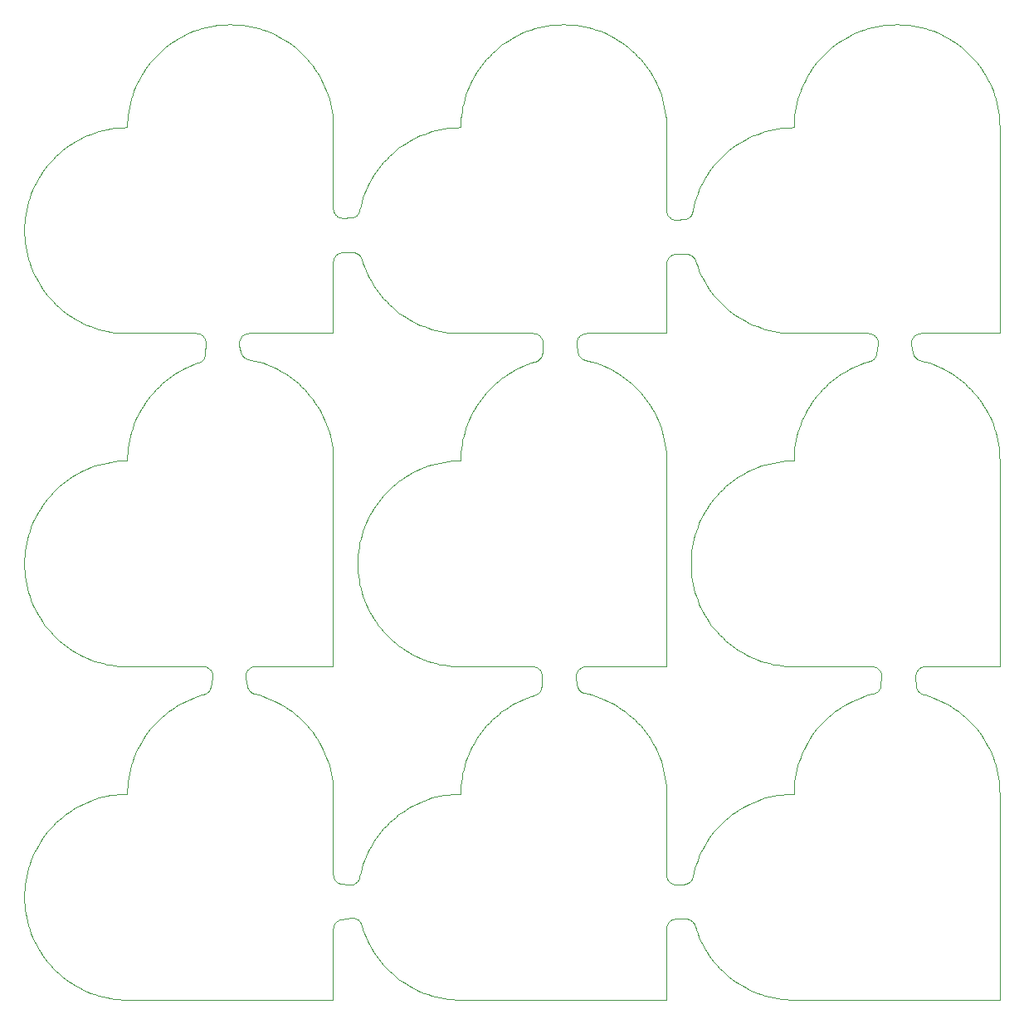
<source format=gko>
%MOIN*%
%OFA0B0*%
%FSLAX44Y44*%
%IPPOS*%
%LPD*%
%ADD10C,0*%
D10*
X00035987Y00025676D02*
X00035987Y00025676D01*
X00035965Y00025682D01*
X00035943Y00025689D01*
X00035921Y00025697D01*
X00035900Y00025707D01*
X00035880Y00025717D01*
X00035860Y00025729D01*
X00035841Y00025742D01*
X00035823Y00025756D01*
X00035806Y00025771D01*
X00035790Y00025787D01*
X00035774Y00025804D01*
X00035760Y00025822D01*
X00035746Y00025841D01*
X00035734Y00025860D01*
X00035723Y00025880D01*
X00035713Y00025901D01*
X00035704Y00025922D01*
X00035697Y00025944D01*
X00035691Y00025966D01*
X00035686Y00025989D01*
X00035628Y00026306D01*
X00035623Y00026340D01*
X00035621Y00026375D01*
X00035622Y00026409D01*
X00035627Y00026443D01*
X00035634Y00026477D01*
X00035644Y00026510D01*
X00035657Y00026542D01*
X00035673Y00026573D01*
X00035691Y00026602D01*
X00035712Y00026629D01*
X00035735Y00026655D01*
X00035761Y00026678D01*
X00035788Y00026699D01*
X00035817Y00026718D01*
X00035848Y00026734D01*
X00035879Y00026747D01*
X00035912Y00026758D01*
X00035946Y00026765D01*
X00035980Y00026770D01*
X00036015Y00026771D01*
X00039173Y00026771D01*
X00039173Y00035039D01*
X00039169Y00035205D01*
X00039159Y00035372D01*
X00039143Y00035537D01*
X00039119Y00035702D01*
X00039089Y00035866D01*
X00039053Y00036028D01*
X00039010Y00036189D01*
X00038960Y00036348D01*
X00038904Y00036505D01*
X00038842Y00036659D01*
X00038774Y00036811D01*
X00038699Y00036960D01*
X00038619Y00037106D01*
X00038533Y00037248D01*
X00038441Y00037387D01*
X00038344Y00037522D01*
X00038241Y00037653D01*
X00038133Y00037780D01*
X00038020Y00037902D01*
X00037902Y00038020D01*
X00037780Y00038133D01*
X00037653Y00038241D01*
X00037522Y00038344D01*
X00037387Y00038441D01*
X00037248Y00038533D01*
X00037106Y00038619D01*
X00036960Y00038699D01*
X00036811Y00038774D01*
X00036659Y00038842D01*
X00036505Y00038904D01*
X00036348Y00038960D01*
X00036189Y00039010D01*
X00036028Y00039053D01*
X00035866Y00039089D01*
X00035702Y00039119D01*
X00035537Y00039143D01*
X00035372Y00039159D01*
X00035205Y00039169D01*
X00035039Y00039173D01*
X00034872Y00039169D01*
X00034706Y00039159D01*
X00034541Y00039143D01*
X00034376Y00039119D01*
X00034212Y00039089D01*
X00034050Y00039053D01*
X00033889Y00039010D01*
X00033730Y00038960D01*
X00033573Y00038904D01*
X00033419Y00038842D01*
X00033267Y00038774D01*
X00033118Y00038699D01*
X00032972Y00038619D01*
X00032829Y00038533D01*
X00032691Y00038441D01*
X00032555Y00038344D01*
X00032424Y00038241D01*
X00032298Y00038133D01*
X00032175Y00038020D01*
X00032058Y00037902D01*
X00031945Y00037780D01*
X00031837Y00037653D01*
X00031734Y00037522D01*
X00031637Y00037387D01*
X00031545Y00037248D01*
X00031459Y00037106D01*
X00031379Y00036960D01*
X00031304Y00036811D01*
X00031236Y00036659D01*
X00031174Y00036505D01*
X00031118Y00036348D01*
X00031068Y00036189D01*
X00031025Y00036028D01*
X00030989Y00035866D01*
X00030959Y00035702D01*
X00030935Y00035537D01*
X00030918Y00035372D01*
X00030908Y00035205D01*
X00030905Y00035039D01*
X00030739Y00035036D01*
X00030572Y00035025D01*
X00030407Y00035009D01*
X00030242Y00034985D01*
X00030078Y00034955D01*
X00029916Y00034919D01*
X00029755Y00034876D01*
X00029596Y00034826D01*
X00029439Y00034770D01*
X00029285Y00034708D01*
X00029133Y00034640D01*
X00028984Y00034565D01*
X00028838Y00034485D01*
X00028696Y00034399D01*
X00028557Y00034307D01*
X00028422Y00034210D01*
X00028291Y00034107D01*
X00028164Y00033999D01*
X00028041Y00033886D01*
X00027924Y00033769D01*
X00027811Y00033646D01*
X00027703Y00033519D01*
X00027600Y00033388D01*
X00027503Y00033253D01*
X00027411Y00033114D01*
X00027325Y00032972D01*
X00027245Y00032826D01*
X00027170Y00032677D01*
X00027102Y00032525D01*
X00027040Y00032371D01*
X00026984Y00032214D01*
X00026934Y00032055D01*
X00026891Y00031894D01*
X00026855Y00031732D01*
X00026843Y00031666D01*
X00026837Y00031641D01*
X00026830Y00031616D01*
X00026821Y00031592D01*
X00026811Y00031568D01*
X00026799Y00031545D01*
X00026786Y00031523D01*
X00026771Y00031502D01*
X00026755Y00031482D01*
X00026738Y00031463D01*
X00026719Y00031445D01*
X00026700Y00031428D01*
X00026679Y00031413D01*
X00026657Y00031399D01*
X00026634Y00031387D01*
X00026611Y00031376D01*
X00026587Y00031366D01*
X00026563Y00031358D01*
X00026537Y00031352D01*
X00026512Y00031348D01*
X00026486Y00031345D01*
X00026212Y00031323D01*
X00026179Y00031322D01*
X00026147Y00031323D01*
X00026115Y00031327D01*
X00026083Y00031334D01*
X00026052Y00031344D01*
X00026022Y00031355D01*
X00025992Y00031370D01*
X00025965Y00031386D01*
X00025938Y00031405D01*
X00025913Y00031426D01*
X00025890Y00031449D01*
X00025870Y00031474D01*
X00025851Y00031501D01*
X00025834Y00031529D01*
X00025820Y00031558D01*
X00025808Y00031588D01*
X00025799Y00031619D01*
X00025792Y00031651D01*
X00025788Y00031683D01*
X00025787Y00031716D01*
X00025787Y00035039D01*
X00025784Y00035205D01*
X00025773Y00035372D01*
X00025757Y00035537D01*
X00025733Y00035702D01*
X00025703Y00035866D01*
X00025667Y00036028D01*
X00025624Y00036189D01*
X00025574Y00036348D01*
X00025518Y00036505D01*
X00025456Y00036659D01*
X00025388Y00036811D01*
X00025313Y00036960D01*
X00025233Y00037106D01*
X00025147Y00037248D01*
X00025055Y00037387D01*
X00024958Y00037522D01*
X00024855Y00037653D01*
X00024747Y00037780D01*
X00024634Y00037902D01*
X00024517Y00038020D01*
X00024394Y00038133D01*
X00024267Y00038241D01*
X00024136Y00038344D01*
X00024001Y00038441D01*
X00023862Y00038533D01*
X00023720Y00038619D01*
X00023574Y00038699D01*
X00023425Y00038774D01*
X00023273Y00038842D01*
X00023119Y00038904D01*
X00022962Y00038960D01*
X00022803Y00039010D01*
X00022642Y00039053D01*
X00022480Y00039089D01*
X00022316Y00039119D01*
X00022151Y00039143D01*
X00021986Y00039159D01*
X00021819Y00039169D01*
X00021653Y00039173D01*
X00021487Y00039169D01*
X00021320Y00039159D01*
X00021155Y00039143D01*
X00020990Y00039119D01*
X00020826Y00039089D01*
X00020664Y00039053D01*
X00020503Y00039010D01*
X00020344Y00038960D01*
X00020187Y00038904D01*
X00020033Y00038842D01*
X00019881Y00038774D01*
X00019732Y00038699D01*
X00019586Y00038619D01*
X00019444Y00038533D01*
X00019305Y00038441D01*
X00019170Y00038344D01*
X00019039Y00038241D01*
X00018912Y00038133D01*
X00018789Y00038020D01*
X00018672Y00037902D01*
X00018559Y00037780D01*
X00018451Y00037653D01*
X00018348Y00037522D01*
X00018251Y00037387D01*
X00018159Y00037248D01*
X00018073Y00037106D01*
X00017993Y00036960D01*
X00017918Y00036811D01*
X00017850Y00036659D01*
X00017788Y00036505D01*
X00017732Y00036348D01*
X00017682Y00036189D01*
X00017639Y00036028D01*
X00017603Y00035866D01*
X00017573Y00035702D01*
X00017549Y00035537D01*
X00017533Y00035372D01*
X00017523Y00035205D01*
X00017519Y00035039D01*
X00017353Y00035036D01*
X00017187Y00035025D01*
X00017021Y00035009D01*
X00016856Y00034985D01*
X00016692Y00034955D01*
X00016530Y00034919D01*
X00016369Y00034876D01*
X00016210Y00034826D01*
X00016053Y00034770D01*
X00015899Y00034708D01*
X00015747Y00034640D01*
X00015598Y00034565D01*
X00015452Y00034485D01*
X00015310Y00034399D01*
X00015171Y00034307D01*
X00015036Y00034210D01*
X00014905Y00034107D01*
X00014778Y00033999D01*
X00014656Y00033886D01*
X00014538Y00033769D01*
X00014425Y00033646D01*
X00014317Y00033519D01*
X00014214Y00033388D01*
X00014117Y00033253D01*
X00014025Y00033114D01*
X00013939Y00032972D01*
X00013859Y00032826D01*
X00013784Y00032677D01*
X00013716Y00032525D01*
X00013654Y00032371D01*
X00013598Y00032214D01*
X00013549Y00032055D01*
X00013505Y00031894D01*
X00013469Y00031732D01*
X00013468Y00031729D01*
X00013463Y00031702D01*
X00013455Y00031677D01*
X00013446Y00031652D01*
X00013435Y00031627D01*
X00013423Y00031604D01*
X00013408Y00031581D01*
X00013393Y00031559D01*
X00013376Y00031539D01*
X00013357Y00031519D01*
X00013338Y00031501D01*
X00013317Y00031484D01*
X00013295Y00031469D01*
X00013272Y00031455D01*
X00013248Y00031443D01*
X00013224Y00031433D01*
X00013198Y00031424D01*
X00013173Y00031417D01*
X00013146Y00031411D01*
X00013120Y00031408D01*
X00013093Y00031406D01*
X00012807Y00031397D01*
X00012776Y00031397D01*
X00012744Y00031400D01*
X00012713Y00031406D01*
X00012682Y00031413D01*
X00012653Y00031424D01*
X00012624Y00031436D01*
X00012596Y00031451D01*
X00012569Y00031468D01*
X00012544Y00031487D01*
X00012521Y00031508D01*
X00012499Y00031531D01*
X00012479Y00031555D01*
X00012461Y00031581D01*
X00012446Y00031609D01*
X00012432Y00031637D01*
X00012421Y00031667D01*
X00012412Y00031697D01*
X00012406Y00031728D01*
X00012402Y00031759D01*
X00012401Y00031791D01*
X00012401Y00035039D01*
X00012398Y00035205D01*
X00012388Y00035372D01*
X00012371Y00035537D01*
X00012348Y00035702D01*
X00012318Y00035866D01*
X00012281Y00036028D01*
X00012238Y00036189D01*
X00012188Y00036348D01*
X00012132Y00036505D01*
X00012070Y00036659D01*
X00012002Y00036811D01*
X00011928Y00036960D01*
X00011847Y00037106D01*
X00011761Y00037248D01*
X00011669Y00037387D01*
X00011572Y00037522D01*
X00011469Y00037653D01*
X00011361Y00037780D01*
X00011249Y00037902D01*
X00011131Y00038020D01*
X00011008Y00038133D01*
X00010882Y00038241D01*
X00010751Y00038344D01*
X00010616Y00038441D01*
X00010477Y00038533D01*
X00010334Y00038619D01*
X00010188Y00038699D01*
X00010039Y00038774D01*
X00009888Y00038842D01*
X00009733Y00038904D01*
X00009576Y00038960D01*
X00009417Y00039010D01*
X00009257Y00039053D01*
X00009094Y00039089D01*
X00008930Y00039119D01*
X00008765Y00039143D01*
X00008600Y00039159D01*
X00008434Y00039169D01*
X00008267Y00039173D01*
X00008101Y00039169D01*
X00007935Y00039159D01*
X00007769Y00039143D01*
X00007604Y00039119D01*
X00007440Y00039089D01*
X00007278Y00039053D01*
X00007117Y00039010D01*
X00006958Y00038960D01*
X00006801Y00038904D01*
X00006647Y00038842D01*
X00006495Y00038774D01*
X00006346Y00038699D01*
X00006200Y00038619D01*
X00006058Y00038533D01*
X00005919Y00038441D01*
X00005784Y00038344D01*
X00005653Y00038241D01*
X00005526Y00038133D01*
X00005404Y00038020D01*
X00005286Y00037902D01*
X00005173Y00037780D01*
X00005065Y00037653D01*
X00004962Y00037522D01*
X00004865Y00037387D01*
X00004773Y00037248D01*
X00004687Y00037106D01*
X00004607Y00036960D01*
X00004532Y00036811D01*
X00004464Y00036659D01*
X00004402Y00036505D01*
X00004346Y00036348D01*
X00004297Y00036189D01*
X00004253Y00036028D01*
X00004217Y00035866D01*
X00004187Y00035702D01*
X00004163Y00035537D01*
X00004147Y00035372D01*
X00004137Y00035205D01*
X00004133Y00035039D01*
X00003967Y00035036D01*
X00003801Y00035025D01*
X00003635Y00035009D01*
X00003470Y00034985D01*
X00003306Y00034955D01*
X00003144Y00034919D01*
X00002983Y00034876D01*
X00002824Y00034826D01*
X00002667Y00034770D01*
X00002513Y00034708D01*
X00002361Y00034640D01*
X00002212Y00034565D01*
X00002066Y00034485D01*
X00001924Y00034399D01*
X00001785Y00034307D01*
X00001650Y00034210D01*
X00001519Y00034107D01*
X00001392Y00033999D01*
X00001270Y00033886D01*
X00001152Y00033769D01*
X00001039Y00033646D01*
X00000931Y00033519D01*
X00000829Y00033388D01*
X00000731Y00033253D01*
X00000639Y00033114D01*
X00000553Y00032972D01*
X00000473Y00032826D01*
X00000399Y00032677D01*
X00000330Y00032525D01*
X00000268Y00032371D01*
X00000212Y00032214D01*
X00000163Y00032055D01*
X00000120Y00031894D01*
X00000083Y00031732D01*
X00000053Y00031568D01*
X00000030Y00031403D01*
X00000013Y00031238D01*
X00000003Y00031071D01*
X00000000Y00030905D01*
X00000003Y00030739D01*
X00000013Y00030572D01*
X00000030Y00030407D01*
X00000053Y00030242D01*
X00000083Y00030078D01*
X00000120Y00029916D01*
X00000163Y00029755D01*
X00000212Y00029596D01*
X00000268Y00029439D01*
X00000330Y00029285D01*
X00000399Y00029133D01*
X00000473Y00028984D01*
X00000553Y00028838D01*
X00000639Y00028696D01*
X00000731Y00028557D01*
X00000829Y00028422D01*
X00000931Y00028291D01*
X00001039Y00028164D01*
X00001152Y00028041D01*
X00001270Y00027924D01*
X00001392Y00027811D01*
X00001519Y00027703D01*
X00001650Y00027600D01*
X00001785Y00027503D01*
X00001924Y00027411D01*
X00002066Y00027325D01*
X00002212Y00027245D01*
X00002361Y00027170D01*
X00002513Y00027102D01*
X00002667Y00027040D01*
X00002824Y00026984D01*
X00002983Y00026934D01*
X00003144Y00026891D01*
X00003306Y00026855D01*
X00003470Y00026825D01*
X00003635Y00026801D01*
X00003801Y00026785D01*
X00003967Y00026775D01*
X00004133Y00026771D01*
X00006888Y00026771D01*
X00006920Y00026770D01*
X00006951Y00026766D01*
X00006983Y00026760D01*
X00007013Y00026751D01*
X00007043Y00026739D01*
X00007072Y00026726D01*
X00007099Y00026710D01*
X00007125Y00026691D01*
X00007150Y00026671D01*
X00007173Y00026649D01*
X00007194Y00026625D01*
X00007213Y00026599D01*
X00007230Y00026572D01*
X00007245Y00026544D01*
X00007257Y00026515D01*
X00007267Y00026484D01*
X00007274Y00026453D01*
X00007279Y00026422D01*
X00007281Y00026390D01*
X00007281Y00026358D01*
X00007261Y00025939D01*
X00007259Y00025915D01*
X00007255Y00025891D01*
X00007250Y00025868D01*
X00007244Y00025845D01*
X00007237Y00025822D01*
X00007228Y00025800D01*
X00007217Y00025778D01*
X00007206Y00025757D01*
X00007193Y00025737D01*
X00007179Y00025717D01*
X00007163Y00025699D01*
X00007147Y00025681D01*
X00007130Y00025665D01*
X00007111Y00025649D01*
X00007092Y00025635D01*
X00007072Y00025622D01*
X00007051Y00025610D01*
X00007029Y00025599D01*
X00007007Y00025590D01*
X00006984Y00025582D01*
X00006958Y00025574D01*
X00006801Y00025518D01*
X00006647Y00025456D01*
X00006495Y00025388D01*
X00006346Y00025313D01*
X00006200Y00025233D01*
X00006058Y00025147D01*
X00005919Y00025055D01*
X00005784Y00024958D01*
X00005653Y00024855D01*
X00005526Y00024747D01*
X00005404Y00024634D01*
X00005286Y00024517D01*
X00005173Y00024394D01*
X00005065Y00024267D01*
X00004962Y00024136D01*
X00004865Y00024001D01*
X00004773Y00023862D01*
X00004687Y00023720D01*
X00004607Y00023574D01*
X00004532Y00023425D01*
X00004464Y00023273D01*
X00004402Y00023119D01*
X00004346Y00022962D01*
X00004297Y00022803D01*
X00004253Y00022642D01*
X00004217Y00022480D01*
X00004187Y00022316D01*
X00004163Y00022151D01*
X00004147Y00021986D01*
X00004137Y00021820D01*
X00004133Y00021653D01*
X00003967Y00021650D01*
X00003801Y00021640D01*
X00003635Y00021623D01*
X00003470Y00021600D01*
X00003306Y00021570D01*
X00003144Y00021533D01*
X00002983Y00021490D01*
X00002824Y00021440D01*
X00002667Y00021384D01*
X00002513Y00021322D01*
X00002361Y00021254D01*
X00002212Y00021180D01*
X00002066Y00021099D01*
X00001924Y00021013D01*
X00001785Y00020921D01*
X00001650Y00020824D01*
X00001519Y00020721D01*
X00001392Y00020613D01*
X00001270Y00020501D01*
X00001152Y00020383D01*
X00001039Y00020260D01*
X00000931Y00020134D01*
X00000829Y00020003D01*
X00000731Y00019867D01*
X00000639Y00019729D01*
X00000553Y00019586D01*
X00000473Y00019440D01*
X00000399Y00019291D01*
X00000330Y00019140D01*
X00000268Y00018985D01*
X00000212Y00018828D01*
X00000163Y00018669D01*
X00000120Y00018508D01*
X00000083Y00018346D01*
X00000053Y00018182D01*
X00000030Y00018017D01*
X00000013Y00017852D01*
X00000003Y00017686D01*
X00000000Y00017519D01*
X00000003Y00017353D01*
X00000013Y00017187D01*
X00000030Y00017021D01*
X00000053Y00016856D01*
X00000083Y00016692D01*
X00000120Y00016530D01*
X00000163Y00016369D01*
X00000212Y00016210D01*
X00000268Y00016053D01*
X00000330Y00015899D01*
X00000399Y00015747D01*
X00000473Y00015598D01*
X00000553Y00015452D01*
X00000639Y00015310D01*
X00000731Y00015171D01*
X00000829Y00015036D01*
X00000931Y00014905D01*
X00001039Y00014778D01*
X00001152Y00014656D01*
X00001270Y00014538D01*
X00001392Y00014425D01*
X00001519Y00014317D01*
X00001650Y00014214D01*
X00001785Y00014117D01*
X00001924Y00014025D01*
X00002066Y00013939D01*
X00002212Y00013859D01*
X00002361Y00013784D01*
X00002513Y00013716D01*
X00002667Y00013654D01*
X00002824Y00013598D01*
X00002983Y00013549D01*
X00003144Y00013505D01*
X00003306Y00013469D01*
X00003470Y00013439D01*
X00003635Y00013415D01*
X00003801Y00013399D01*
X00003967Y00013389D01*
X00004133Y00013385D01*
X00007168Y00013385D01*
X00007203Y00013384D01*
X00007238Y00013379D01*
X00007272Y00013371D01*
X00007305Y00013361D01*
X00007338Y00013347D01*
X00007369Y00013330D01*
X00007398Y00013311D01*
X00007426Y00013290D01*
X00007451Y00013265D01*
X00007474Y00013239D01*
X00007495Y00013211D01*
X00007513Y00013181D01*
X00007529Y00013150D01*
X00007541Y00013117D01*
X00007551Y00013083D01*
X00007558Y00013049D01*
X00007561Y00013014D01*
X00007562Y00012979D01*
X00007559Y00012944D01*
X00007553Y00012909D01*
X00007478Y00012557D01*
X00007473Y00012536D01*
X00007466Y00012515D01*
X00007459Y00012495D01*
X00007451Y00012475D01*
X00007441Y00012455D01*
X00007430Y00012437D01*
X00007419Y00012418D01*
X00007406Y00012401D01*
X00007393Y00012384D01*
X00007378Y00012368D01*
X00007363Y00012353D01*
X00007347Y00012338D01*
X00007330Y00012325D01*
X00007312Y00012312D01*
X00007294Y00012301D01*
X00007275Y00012290D01*
X00007256Y00012281D01*
X00007236Y00012272D01*
X00007215Y00012265D01*
X00007195Y00012259D01*
X00007117Y00012238D01*
X00006958Y00012188D01*
X00006801Y00012132D01*
X00006647Y00012070D01*
X00006495Y00012002D01*
X00006346Y00011928D01*
X00006200Y00011847D01*
X00006058Y00011761D01*
X00005919Y00011669D01*
X00005784Y00011572D01*
X00005653Y00011469D01*
X00005526Y00011361D01*
X00005404Y00011249D01*
X00005286Y00011131D01*
X00005173Y00011008D01*
X00005065Y00010882D01*
X00004962Y00010751D01*
X00004865Y00010616D01*
X00004773Y00010477D01*
X00004687Y00010334D01*
X00004607Y00010188D01*
X00004532Y00010039D01*
X00004464Y00009888D01*
X00004402Y00009733D01*
X00004346Y00009576D01*
X00004297Y00009417D01*
X00004253Y00009257D01*
X00004217Y00009094D01*
X00004187Y00008930D01*
X00004163Y00008766D01*
X00004147Y00008600D01*
X00004137Y00008434D01*
X00004133Y00008267D01*
X00003967Y00008264D01*
X00003801Y00008254D01*
X00003635Y00008237D01*
X00003470Y00008214D01*
X00003306Y00008184D01*
X00003144Y00008147D01*
X00002983Y00008104D01*
X00002824Y00008054D01*
X00002667Y00007999D01*
X00002513Y00007936D01*
X00002361Y00007868D01*
X00002212Y00007794D01*
X00002066Y00007713D01*
X00001924Y00007627D01*
X00001785Y00007535D01*
X00001650Y00007438D01*
X00001519Y00007335D01*
X00001392Y00007228D01*
X00001270Y00007115D01*
X00001152Y00006997D01*
X00001039Y00006875D01*
X00000931Y00006748D01*
X00000829Y00006617D01*
X00000731Y00006482D01*
X00000639Y00006343D01*
X00000553Y00006200D01*
X00000473Y00006054D01*
X00000399Y00005906D01*
X00000330Y00005754D01*
X00000268Y00005599D01*
X00000212Y00005442D01*
X00000163Y00005283D01*
X00000120Y00005123D01*
X00000083Y00004960D01*
X00000053Y00004796D01*
X00000030Y00004632D01*
X00000013Y00004466D01*
X00000003Y00004300D01*
X00000000Y00004133D01*
X00000003Y00003967D01*
X00000013Y00003801D01*
X00000030Y00003635D01*
X00000053Y00003470D01*
X00000083Y00003306D01*
X00000120Y00003144D01*
X00000163Y00002983D01*
X00000212Y00002824D01*
X00000268Y00002667D01*
X00000330Y00002513D01*
X00000399Y00002361D01*
X00000473Y00002212D01*
X00000553Y00002066D01*
X00000639Y00001924D01*
X00000731Y00001785D01*
X00000829Y00001650D01*
X00000931Y00001519D01*
X00001039Y00001392D01*
X00001152Y00001270D01*
X00001270Y00001152D01*
X00001392Y00001039D01*
X00001519Y00000931D01*
X00001650Y00000829D01*
X00001785Y00000731D01*
X00001924Y00000639D01*
X00002066Y00000553D01*
X00002212Y00000473D01*
X00002361Y00000399D01*
X00002513Y00000330D01*
X00002667Y00000268D01*
X00002824Y00000212D01*
X00002983Y00000163D01*
X00003144Y00000120D01*
X00003306Y00000083D01*
X00003470Y00000053D01*
X00003635Y00000030D01*
X00003801Y00000013D01*
X00003967Y00000003D01*
X00004133Y00000000D01*
X00012401Y00000000D01*
X00012401Y00002838D01*
X00012402Y00002866D01*
X00012405Y00002894D01*
X00012410Y00002921D01*
X00012417Y00002948D01*
X00012426Y00002975D01*
X00012437Y00003001D01*
X00012449Y00003026D01*
X00012463Y00003050D01*
X00012479Y00003073D01*
X00012497Y00003095D01*
X00012516Y00003116D01*
X00012537Y00003135D01*
X00012558Y00003152D01*
X00012581Y00003168D01*
X00012605Y00003183D01*
X00012630Y00003195D01*
X00012656Y00003206D01*
X00012683Y00003215D01*
X00012710Y00003222D01*
X00012738Y00003227D01*
X00013108Y00003281D01*
X00013137Y00003285D01*
X00013165Y00003286D01*
X00013194Y00003285D01*
X00013223Y00003281D01*
X00013251Y00003276D01*
X00013278Y00003269D01*
X00013305Y00003260D01*
X00013332Y00003249D01*
X00013357Y00003236D01*
X00013382Y00003221D01*
X00013405Y00003204D01*
X00013427Y00003186D01*
X00013448Y00003166D01*
X00013467Y00003145D01*
X00013485Y00003122D01*
X00013501Y00003099D01*
X00013515Y00003074D01*
X00013527Y00003048D01*
X00013537Y00003021D01*
X00013546Y00002994D01*
X00013549Y00002983D01*
X00013598Y00002824D01*
X00013654Y00002667D01*
X00013716Y00002513D01*
X00013784Y00002361D01*
X00013859Y00002212D01*
X00013939Y00002066D01*
X00014025Y00001924D01*
X00014117Y00001785D01*
X00014214Y00001650D01*
X00014317Y00001519D01*
X00014425Y00001392D01*
X00014538Y00001270D01*
X00014656Y00001152D01*
X00014778Y00001039D01*
X00014905Y00000931D01*
X00015036Y00000829D01*
X00015171Y00000731D01*
X00015310Y00000639D01*
X00015452Y00000553D01*
X00015598Y00000473D01*
X00015747Y00000399D01*
X00015899Y00000330D01*
X00016053Y00000268D01*
X00016210Y00000212D01*
X00016369Y00000163D01*
X00016530Y00000120D01*
X00016692Y00000083D01*
X00016856Y00000053D01*
X00017021Y00000030D01*
X00017187Y00000013D01*
X00017353Y00000003D01*
X00017519Y00000000D01*
X00025787Y00000000D01*
X00025787Y00002854D01*
X00025788Y00002885D01*
X00025792Y00002916D01*
X00025798Y00002946D01*
X00025806Y00002976D01*
X00025817Y00003005D01*
X00025830Y00003033D01*
X00025845Y00003060D01*
X00025862Y00003086D01*
X00025882Y00003110D01*
X00025903Y00003133D01*
X00025925Y00003154D01*
X00025950Y00003173D01*
X00025975Y00003190D01*
X00026002Y00003205D01*
X00026031Y00003218D01*
X00026060Y00003229D01*
X00026090Y00003237D01*
X00026120Y00003243D01*
X00026151Y00003247D01*
X00026182Y00003248D01*
X00026564Y00003247D01*
X00026588Y00003246D01*
X00026613Y00003243D01*
X00026638Y00003239D01*
X00026662Y00003234D01*
X00026686Y00003227D01*
X00026709Y00003218D01*
X00026732Y00003208D01*
X00026754Y00003197D01*
X00026776Y00003184D01*
X00026796Y00003170D01*
X00026816Y00003154D01*
X00026834Y00003138D01*
X00026852Y00003120D01*
X00026868Y00003101D01*
X00026883Y00003081D01*
X00026897Y00003061D01*
X00026910Y00003039D01*
X00026921Y00003017D01*
X00026930Y00002994D01*
X00026938Y00002970D01*
X00026938Y00002970D01*
X00026984Y00002824D01*
X00027040Y00002667D01*
X00027102Y00002513D01*
X00027170Y00002361D01*
X00027245Y00002212D01*
X00027325Y00002066D01*
X00027411Y00001924D01*
X00027503Y00001785D01*
X00027600Y00001650D01*
X00027703Y00001519D01*
X00027811Y00001392D01*
X00027924Y00001270D01*
X00028041Y00001152D01*
X00028164Y00001039D01*
X00028291Y00000931D01*
X00028422Y00000829D01*
X00028557Y00000731D01*
X00028696Y00000639D01*
X00028838Y00000553D01*
X00028984Y00000473D01*
X00029133Y00000399D01*
X00029285Y00000330D01*
X00029439Y00000268D01*
X00029596Y00000212D01*
X00029755Y00000163D01*
X00029916Y00000120D01*
X00030078Y00000083D01*
X00030242Y00000053D01*
X00030407Y00000030D01*
X00030572Y00000013D01*
X00030739Y00000003D01*
X00030905Y00000000D01*
X00039173Y00000000D01*
X00039173Y00008267D01*
X00039169Y00008434D01*
X00039159Y00008600D01*
X00039143Y00008766D01*
X00039119Y00008930D01*
X00039089Y00009094D01*
X00039053Y00009257D01*
X00039010Y00009417D01*
X00038960Y00009576D01*
X00038904Y00009733D01*
X00038842Y00009888D01*
X00038774Y00010039D01*
X00038699Y00010188D01*
X00038619Y00010334D01*
X00038533Y00010477D01*
X00038441Y00010616D01*
X00038344Y00010751D01*
X00038241Y00010882D01*
X00038133Y00011008D01*
X00038020Y00011131D01*
X00037902Y00011249D01*
X00037780Y00011361D01*
X00037653Y00011469D01*
X00037522Y00011572D01*
X00037387Y00011669D01*
X00037248Y00011761D01*
X00037106Y00011847D01*
X00036960Y00011928D01*
X00036811Y00012002D01*
X00036659Y00012070D01*
X00036505Y00012132D01*
X00036348Y00012188D01*
X00036189Y00012238D01*
X00036103Y00012261D01*
X00036103Y00012261D01*
X00036080Y00012268D01*
X00036057Y00012276D01*
X00036034Y00012286D01*
X00036012Y00012298D01*
X00035991Y00012311D01*
X00035971Y00012325D01*
X00035952Y00012340D01*
X00035934Y00012356D01*
X00035916Y00012374D01*
X00035900Y00012392D01*
X00035885Y00012412D01*
X00035872Y00012432D01*
X00035859Y00012454D01*
X00035848Y00012476D01*
X00035838Y00012498D01*
X00035830Y00012521D01*
X00035823Y00012545D01*
X00035818Y00012569D01*
X00035815Y00012593D01*
X00035812Y00012618D01*
X00035792Y00012968D01*
X00035791Y00013001D01*
X00035793Y00013033D01*
X00035798Y00013064D01*
X00035805Y00013096D01*
X00035815Y00013126D01*
X00035827Y00013156D01*
X00035841Y00013184D01*
X00035858Y00013212D01*
X00035877Y00013237D01*
X00035898Y00013262D01*
X00035921Y00013284D01*
X00035946Y00013305D01*
X00035972Y00013323D01*
X00036000Y00013339D01*
X00036029Y00013353D01*
X00036059Y00013365D01*
X00036089Y00013374D01*
X00036121Y00013380D01*
X00036153Y00013384D01*
X00036185Y00013385D01*
X00039173Y00013385D01*
X00039173Y00021653D01*
X00039169Y00021820D01*
X00039159Y00021986D01*
X00039143Y00022151D01*
X00039119Y00022316D01*
X00039089Y00022480D01*
X00039053Y00022642D01*
X00039010Y00022803D01*
X00038960Y00022962D01*
X00038904Y00023119D01*
X00038842Y00023273D01*
X00038774Y00023425D01*
X00038699Y00023574D01*
X00038619Y00023720D01*
X00038533Y00023862D01*
X00038441Y00024001D01*
X00038344Y00024136D01*
X00038241Y00024267D01*
X00038133Y00024394D01*
X00038020Y00024517D01*
X00037902Y00024634D01*
X00037780Y00024747D01*
X00037653Y00024855D01*
X00037522Y00024958D01*
X00037387Y00025055D01*
X00037248Y00025147D01*
X00037106Y00025233D01*
X00036960Y00025313D01*
X00036811Y00025388D01*
X00036659Y00025456D01*
X00036505Y00025518D01*
X00036348Y00025574D01*
X00036189Y00025624D01*
X00036028Y00025667D01*
X00035987Y00025676D01*
X00022501Y00012313D02*
X00022501Y00012313D01*
X00022501Y00012313D01*
X00022478Y00012319D01*
X00022455Y00012326D01*
X00022432Y00012335D01*
X00022411Y00012345D01*
X00022389Y00012357D01*
X00022369Y00012369D01*
X00022349Y00012384D01*
X00022331Y00012399D01*
X00022313Y00012415D01*
X00022296Y00012432D01*
X00022280Y00012451D01*
X00022266Y00012470D01*
X00022253Y00012490D01*
X00022241Y00012511D01*
X00022230Y00012533D01*
X00022221Y00012555D01*
X00022213Y00012578D01*
X00022206Y00012601D01*
X00022201Y00012624D01*
X00022197Y00012648D01*
X00022160Y00012943D01*
X00022158Y00012976D01*
X00022158Y00013010D01*
X00022161Y00013043D01*
X00022166Y00013076D01*
X00022175Y00013108D01*
X00022186Y00013139D01*
X00022200Y00013170D01*
X00022216Y00013199D01*
X00022235Y00013226D01*
X00022256Y00013252D01*
X00022279Y00013276D01*
X00022304Y00013298D01*
X00022331Y00013318D01*
X00022359Y00013336D01*
X00022389Y00013351D01*
X00022420Y00013363D01*
X00022452Y00013373D01*
X00022485Y00013380D01*
X00022518Y00013384D01*
X00022551Y00013385D01*
X00025787Y00013385D01*
X00025787Y00021653D01*
X00025784Y00021820D01*
X00025773Y00021986D01*
X00025757Y00022151D01*
X00025733Y00022316D01*
X00025703Y00022480D01*
X00025667Y00022642D01*
X00025624Y00022803D01*
X00025574Y00022962D01*
X00025518Y00023119D01*
X00025456Y00023273D01*
X00025388Y00023425D01*
X00025313Y00023574D01*
X00025233Y00023720D01*
X00025147Y00023862D01*
X00025055Y00024001D01*
X00024958Y00024136D01*
X00024855Y00024267D01*
X00024747Y00024394D01*
X00024634Y00024517D01*
X00024517Y00024634D01*
X00024394Y00024747D01*
X00024267Y00024855D01*
X00024136Y00024958D01*
X00024001Y00025055D01*
X00023862Y00025147D01*
X00023720Y00025233D01*
X00023574Y00025313D01*
X00023425Y00025388D01*
X00023273Y00025456D01*
X00023119Y00025518D01*
X00022962Y00025574D01*
X00022803Y00025624D01*
X00022642Y00025667D01*
X00022526Y00025693D01*
X00022502Y00025699D01*
X00022480Y00025706D01*
X00022457Y00025715D01*
X00022436Y00025725D01*
X00022414Y00025737D01*
X00022394Y00025749D01*
X00022375Y00025763D01*
X00022356Y00025778D01*
X00022338Y00025794D01*
X00022322Y00025812D01*
X00022306Y00025830D01*
X00022291Y00025849D01*
X00022278Y00025869D01*
X00022266Y00025889D01*
X00022255Y00025911D01*
X00022246Y00025933D01*
X00022238Y00025955D01*
X00022231Y00025978D01*
X00022226Y00026002D01*
X00022222Y00026025D01*
X00022182Y00026326D01*
X00022179Y00026359D01*
X00022179Y00026393D01*
X00022182Y00026426D01*
X00022187Y00026459D01*
X00022196Y00026492D01*
X00022207Y00026523D01*
X00022220Y00026554D01*
X00022237Y00026583D01*
X00022255Y00026611D01*
X00022276Y00026637D01*
X00022299Y00026661D01*
X00022325Y00026683D01*
X00022351Y00026703D01*
X00022380Y00026721D01*
X00022410Y00026736D01*
X00022441Y00026749D01*
X00022473Y00026758D01*
X00022506Y00026765D01*
X00022539Y00026770D01*
X00022572Y00026771D01*
X00025787Y00026771D01*
X00025787Y00029556D01*
X00025788Y00029587D01*
X00025792Y00029617D01*
X00025798Y00029647D01*
X00025806Y00029677D01*
X00025816Y00029705D01*
X00025829Y00029733D01*
X00025844Y00029760D01*
X00025861Y00029786D01*
X00025880Y00029810D01*
X00025900Y00029832D01*
X00025923Y00029853D01*
X00025946Y00029873D01*
X00025972Y00029890D01*
X00025998Y00029905D01*
X00026026Y00029918D01*
X00026055Y00029929D01*
X00026084Y00029938D01*
X00026114Y00029944D01*
X00026144Y00029948D01*
X00026175Y00029950D01*
X00026576Y00029956D01*
X00026602Y00029955D01*
X00026627Y00029953D01*
X00026652Y00029949D01*
X00026677Y00029944D01*
X00026701Y00029937D01*
X00026725Y00029929D01*
X00026748Y00029919D01*
X00026770Y00029908D01*
X00026792Y00029895D01*
X00026813Y00029881D01*
X00026833Y00029865D01*
X00026852Y00029848D01*
X00026870Y00029831D01*
X00026887Y00029812D01*
X00026902Y00029792D01*
X00026916Y00029771D01*
X00026929Y00029749D01*
X00026940Y00029726D01*
X00026950Y00029703D01*
X00026958Y00029679D01*
X00026984Y00029596D01*
X00027040Y00029439D01*
X00027102Y00029285D01*
X00027170Y00029133D01*
X00027245Y00028984D01*
X00027325Y00028838D01*
X00027411Y00028696D01*
X00027503Y00028557D01*
X00027600Y00028422D01*
X00027703Y00028291D01*
X00027811Y00028164D01*
X00027924Y00028041D01*
X00028041Y00027924D01*
X00028164Y00027811D01*
X00028291Y00027703D01*
X00028422Y00027600D01*
X00028557Y00027503D01*
X00028696Y00027411D01*
X00028838Y00027325D01*
X00028984Y00027245D01*
X00029133Y00027170D01*
X00029285Y00027102D01*
X00029439Y00027040D01*
X00029596Y00026984D01*
X00029755Y00026934D01*
X00029916Y00026891D01*
X00030078Y00026855D01*
X00030242Y00026825D01*
X00030407Y00026801D01*
X00030572Y00026785D01*
X00030739Y00026775D01*
X00030905Y00026771D01*
X00033895Y00026771D01*
X00033928Y00026770D01*
X00033962Y00026765D01*
X00033995Y00026758D01*
X00034027Y00026748D01*
X00034058Y00026736D01*
X00034088Y00026720D01*
X00034117Y00026702D01*
X00034144Y00026682D01*
X00034169Y00026660D01*
X00034192Y00026635D01*
X00034213Y00026609D01*
X00034232Y00026580D01*
X00034248Y00026551D01*
X00034262Y00026520D01*
X00034272Y00026488D01*
X00034281Y00026455D01*
X00034286Y00026422D01*
X00034288Y00026388D01*
X00034288Y00026354D01*
X00034284Y00026321D01*
X00034232Y00025962D01*
X00034228Y00025940D01*
X00034223Y00025917D01*
X00034216Y00025895D01*
X00034208Y00025874D01*
X00034199Y00025853D01*
X00034189Y00025832D01*
X00034178Y00025812D01*
X00034165Y00025793D01*
X00034151Y00025775D01*
X00034137Y00025757D01*
X00034121Y00025741D01*
X00034104Y00025725D01*
X00034087Y00025710D01*
X00034068Y00025696D01*
X00034049Y00025684D01*
X00034029Y00025672D01*
X00034009Y00025662D01*
X00033988Y00025653D01*
X00033966Y00025645D01*
X00033944Y00025639D01*
X00033889Y00025624D01*
X00033730Y00025574D01*
X00033573Y00025518D01*
X00033419Y00025456D01*
X00033267Y00025388D01*
X00033118Y00025313D01*
X00032972Y00025233D01*
X00032829Y00025147D01*
X00032691Y00025055D01*
X00032555Y00024958D01*
X00032424Y00024855D01*
X00032298Y00024747D01*
X00032175Y00024634D01*
X00032058Y00024517D01*
X00031945Y00024394D01*
X00031837Y00024267D01*
X00031734Y00024136D01*
X00031637Y00024001D01*
X00031545Y00023862D01*
X00031459Y00023720D01*
X00031379Y00023574D01*
X00031304Y00023425D01*
X00031236Y00023273D01*
X00031174Y00023119D01*
X00031118Y00022962D01*
X00031068Y00022803D01*
X00031025Y00022642D01*
X00030989Y00022480D01*
X00030959Y00022316D01*
X00030935Y00022151D01*
X00030918Y00021986D01*
X00030908Y00021820D01*
X00030905Y00021653D01*
X00030739Y00021650D01*
X00030572Y00021640D01*
X00030407Y00021623D01*
X00030242Y00021600D01*
X00030078Y00021570D01*
X00029916Y00021533D01*
X00029755Y00021490D01*
X00029596Y00021440D01*
X00029439Y00021384D01*
X00029285Y00021322D01*
X00029133Y00021254D01*
X00028984Y00021180D01*
X00028838Y00021099D01*
X00028696Y00021013D01*
X00028557Y00020921D01*
X00028422Y00020824D01*
X00028291Y00020721D01*
X00028164Y00020613D01*
X00028041Y00020501D01*
X00027924Y00020383D01*
X00027811Y00020260D01*
X00027703Y00020134D01*
X00027600Y00020003D01*
X00027503Y00019867D01*
X00027411Y00019729D01*
X00027325Y00019586D01*
X00027245Y00019440D01*
X00027170Y00019291D01*
X00027102Y00019140D01*
X00027040Y00018985D01*
X00026984Y00018828D01*
X00026934Y00018669D01*
X00026891Y00018508D01*
X00026855Y00018346D01*
X00026825Y00018182D01*
X00026801Y00018017D01*
X00026785Y00017852D01*
X00026775Y00017686D01*
X00026771Y00017519D01*
X00026775Y00017353D01*
X00026785Y00017187D01*
X00026801Y00017021D01*
X00026825Y00016856D01*
X00026855Y00016692D01*
X00026891Y00016530D01*
X00026934Y00016369D01*
X00026984Y00016210D01*
X00027040Y00016053D01*
X00027102Y00015899D01*
X00027170Y00015747D01*
X00027245Y00015598D01*
X00027325Y00015452D01*
X00027411Y00015310D01*
X00027503Y00015171D01*
X00027600Y00015036D01*
X00027703Y00014905D01*
X00027811Y00014778D01*
X00027924Y00014656D01*
X00028041Y00014538D01*
X00028164Y00014425D01*
X00028291Y00014317D01*
X00028422Y00014214D01*
X00028557Y00014117D01*
X00028696Y00014025D01*
X00028838Y00013939D01*
X00028984Y00013859D01*
X00029133Y00013784D01*
X00029285Y00013716D01*
X00029439Y00013654D01*
X00029596Y00013598D01*
X00029755Y00013549D01*
X00029916Y00013505D01*
X00030078Y00013469D01*
X00030242Y00013439D01*
X00030407Y00013415D01*
X00030572Y00013399D01*
X00030739Y00013389D01*
X00030905Y00013385D01*
X00034033Y00013385D01*
X00034065Y00013384D01*
X00034098Y00013380D01*
X00034129Y00013373D01*
X00034160Y00013364D01*
X00034191Y00013352D01*
X00034220Y00013338D01*
X00034248Y00013322D01*
X00034274Y00013303D01*
X00034299Y00013282D01*
X00034322Y00013259D01*
X00034343Y00013235D01*
X00034362Y00013208D01*
X00034379Y00013180D01*
X00034393Y00013151D01*
X00034405Y00013121D01*
X00034414Y00013090D01*
X00034421Y00013059D01*
X00034425Y00013026D01*
X00034427Y00012994D01*
X00034426Y00012962D01*
X00034401Y00012645D01*
X00034399Y00012620D01*
X00034394Y00012596D01*
X00034389Y00012571D01*
X00034381Y00012547D01*
X00034372Y00012524D01*
X00034362Y00012501D01*
X00034350Y00012479D01*
X00034337Y00012458D01*
X00034323Y00012437D01*
X00034307Y00012418D01*
X00034290Y00012399D01*
X00034272Y00012382D01*
X00034252Y00012366D01*
X00034232Y00012351D01*
X00034211Y00012338D01*
X00034189Y00012325D01*
X00034167Y00012315D01*
X00034143Y00012305D01*
X00034120Y00012298D01*
X00034095Y00012291D01*
X00034050Y00012281D01*
X00033889Y00012238D01*
X00033730Y00012188D01*
X00033573Y00012132D01*
X00033419Y00012070D01*
X00033267Y00012002D01*
X00033118Y00011928D01*
X00032972Y00011847D01*
X00032829Y00011761D01*
X00032691Y00011669D01*
X00032555Y00011572D01*
X00032424Y00011469D01*
X00032298Y00011361D01*
X00032175Y00011249D01*
X00032058Y00011131D01*
X00031945Y00011008D01*
X00031837Y00010882D01*
X00031734Y00010751D01*
X00031637Y00010616D01*
X00031545Y00010477D01*
X00031459Y00010334D01*
X00031379Y00010188D01*
X00031304Y00010039D01*
X00031236Y00009888D01*
X00031174Y00009733D01*
X00031118Y00009576D01*
X00031068Y00009417D01*
X00031025Y00009257D01*
X00030989Y00009094D01*
X00030959Y00008930D01*
X00030935Y00008766D01*
X00030918Y00008600D01*
X00030908Y00008434D01*
X00030905Y00008267D01*
X00030739Y00008264D01*
X00030572Y00008254D01*
X00030407Y00008237D01*
X00030242Y00008214D01*
X00030078Y00008184D01*
X00029916Y00008147D01*
X00029755Y00008104D01*
X00029596Y00008054D01*
X00029439Y00007999D01*
X00029285Y00007936D01*
X00029133Y00007868D01*
X00028984Y00007794D01*
X00028838Y00007713D01*
X00028696Y00007627D01*
X00028557Y00007535D01*
X00028422Y00007438D01*
X00028291Y00007335D01*
X00028164Y00007228D01*
X00028041Y00007115D01*
X00027924Y00006997D01*
X00027811Y00006875D01*
X00027703Y00006748D01*
X00027600Y00006617D01*
X00027503Y00006482D01*
X00027411Y00006343D01*
X00027325Y00006200D01*
X00027245Y00006054D01*
X00027170Y00005906D01*
X00027102Y00005754D01*
X00027040Y00005599D01*
X00026984Y00005442D01*
X00026934Y00005283D01*
X00026891Y00005123D01*
X00026855Y00004960D01*
X00026854Y00004957D01*
X00026854Y00004957D01*
X00026848Y00004931D01*
X00026841Y00004905D01*
X00026832Y00004880D01*
X00026821Y00004856D01*
X00026808Y00004832D01*
X00026794Y00004809D01*
X00026779Y00004788D01*
X00026762Y00004767D01*
X00026743Y00004748D01*
X00026724Y00004729D01*
X00026703Y00004713D01*
X00026681Y00004697D01*
X00026658Y00004684D01*
X00026634Y00004671D01*
X00026609Y00004661D01*
X00026584Y00004652D01*
X00026558Y00004645D01*
X00026532Y00004640D01*
X00026506Y00004636D01*
X00026479Y00004634D01*
X00026193Y00004625D01*
X00026161Y00004626D01*
X00026130Y00004629D01*
X00026099Y00004634D01*
X00026068Y00004642D01*
X00026038Y00004652D01*
X00026010Y00004664D01*
X00025982Y00004679D01*
X00025955Y00004696D01*
X00025930Y00004715D01*
X00025907Y00004736D01*
X00025885Y00004759D01*
X00025865Y00004784D01*
X00025847Y00004810D01*
X00025831Y00004837D01*
X00025818Y00004866D01*
X00025807Y00004895D01*
X00025798Y00004925D01*
X00025792Y00004956D01*
X00025788Y00004988D01*
X00025787Y00005019D01*
X00025787Y00008267D01*
X00025784Y00008434D01*
X00025773Y00008600D01*
X00025757Y00008766D01*
X00025733Y00008930D01*
X00025703Y00009094D01*
X00025667Y00009257D01*
X00025624Y00009417D01*
X00025574Y00009576D01*
X00025518Y00009733D01*
X00025456Y00009888D01*
X00025388Y00010039D01*
X00025313Y00010188D01*
X00025233Y00010334D01*
X00025147Y00010477D01*
X00025055Y00010616D01*
X00024958Y00010751D01*
X00024855Y00010882D01*
X00024747Y00011008D01*
X00024634Y00011131D01*
X00024517Y00011249D01*
X00024394Y00011361D01*
X00024267Y00011469D01*
X00024136Y00011572D01*
X00024001Y00011669D01*
X00023862Y00011761D01*
X00023720Y00011847D01*
X00023574Y00011928D01*
X00023425Y00012002D01*
X00023273Y00012070D01*
X00023119Y00012132D01*
X00022962Y00012188D01*
X00022803Y00012238D01*
X00022642Y00012281D01*
X00022501Y00012313D01*
X00009003Y00025720D02*
X00009003Y00025720D01*
X00008980Y00025725D01*
X00008958Y00025731D01*
X00008936Y00025739D01*
X00008914Y00025747D01*
X00008893Y00025757D01*
X00008873Y00025769D01*
X00008854Y00025781D01*
X00008835Y00025795D01*
X00008817Y00025809D01*
X00008800Y00025825D01*
X00008783Y00025842D01*
X00008768Y00025859D01*
X00008754Y00025878D01*
X00008741Y00025897D01*
X00008729Y00025917D01*
X00008719Y00025938D01*
X00008709Y00025959D01*
X00008701Y00025981D01*
X00008694Y00026003D01*
X00008689Y00026026D01*
X00008632Y00026296D01*
X00008626Y00026330D01*
X00008623Y00026365D01*
X00008624Y00026400D01*
X00008627Y00026435D01*
X00008634Y00026469D01*
X00008644Y00026503D01*
X00008656Y00026536D01*
X00008672Y00026567D01*
X00008690Y00026597D01*
X00008711Y00026625D01*
X00008734Y00026651D01*
X00008760Y00026676D01*
X00008787Y00026697D01*
X00008816Y00026716D01*
X00008847Y00026733D01*
X00008880Y00026746D01*
X00008913Y00026757D01*
X00008947Y00026765D01*
X00008982Y00026770D01*
X00009017Y00026771D01*
X00012401Y00026771D01*
X00012401Y00029626D01*
X00012402Y00029657D01*
X00012406Y00029687D01*
X00012412Y00029718D01*
X00012420Y00029748D01*
X00012431Y00029777D01*
X00012444Y00029805D01*
X00012459Y00029832D01*
X00012476Y00029857D01*
X00012496Y00029882D01*
X00012517Y00029904D01*
X00012540Y00029925D01*
X00012564Y00029945D01*
X00012590Y00029962D01*
X00012617Y00029977D01*
X00012645Y00029990D01*
X00012674Y00030000D01*
X00012704Y00030009D01*
X00012734Y00030015D01*
X00012765Y00030018D01*
X00012796Y00030019D01*
X00013178Y00030018D01*
X00013203Y00030018D01*
X00013227Y00030015D01*
X00013252Y00030011D01*
X00013276Y00030006D01*
X00013300Y00029999D01*
X00013324Y00029990D01*
X00013346Y00029980D01*
X00013369Y00029968D01*
X00013390Y00029956D01*
X00013410Y00029942D01*
X00013430Y00029926D01*
X00013449Y00029909D01*
X00013466Y00029892D01*
X00013482Y00029873D01*
X00013497Y00029853D01*
X00013511Y00029832D01*
X00013524Y00029811D01*
X00013535Y00029788D01*
X00013544Y00029765D01*
X00013553Y00029742D01*
X00013598Y00029596D01*
X00013654Y00029439D01*
X00013716Y00029285D01*
X00013784Y00029133D01*
X00013859Y00028984D01*
X00013939Y00028838D01*
X00014025Y00028696D01*
X00014117Y00028557D01*
X00014214Y00028422D01*
X00014317Y00028291D01*
X00014425Y00028164D01*
X00014538Y00028041D01*
X00014656Y00027924D01*
X00014778Y00027811D01*
X00014905Y00027703D01*
X00015036Y00027600D01*
X00015171Y00027503D01*
X00015310Y00027411D01*
X00015452Y00027325D01*
X00015598Y00027245D01*
X00015747Y00027170D01*
X00015899Y00027102D01*
X00016053Y00027040D01*
X00016210Y00026984D01*
X00016369Y00026934D01*
X00016530Y00026891D01*
X00016692Y00026855D01*
X00016856Y00026825D01*
X00017021Y00026801D01*
X00017187Y00026785D01*
X00017353Y00026775D01*
X00017519Y00026771D01*
X00020426Y00026771D01*
X00020458Y00026770D01*
X00020489Y00026766D01*
X00020520Y00026760D01*
X00020551Y00026751D01*
X00020580Y00026740D01*
X00020609Y00026726D01*
X00020637Y00026710D01*
X00020663Y00026692D01*
X00020687Y00026672D01*
X00020710Y00026650D01*
X00020731Y00026627D01*
X00020750Y00026601D01*
X00020767Y00026575D01*
X00020782Y00026547D01*
X00020794Y00026518D01*
X00020804Y00026487D01*
X00020812Y00026457D01*
X00020817Y00026425D01*
X00020820Y00026394D01*
X00020820Y00026362D01*
X00020805Y00025992D01*
X00020804Y00025967D01*
X00020800Y00025942D01*
X00020795Y00025917D01*
X00020789Y00025893D01*
X00020781Y00025870D01*
X00020771Y00025846D01*
X00020761Y00025824D01*
X00020748Y00025802D01*
X00020735Y00025781D01*
X00020720Y00025761D01*
X00020703Y00025742D01*
X00020686Y00025724D01*
X00020667Y00025707D01*
X00020648Y00025692D01*
X00020627Y00025677D01*
X00020606Y00025664D01*
X00020584Y00025653D01*
X00020561Y00025643D01*
X00020538Y00025634D01*
X00020514Y00025627D01*
X00020503Y00025624D01*
X00020344Y00025574D01*
X00020187Y00025518D01*
X00020033Y00025456D01*
X00019881Y00025388D01*
X00019732Y00025313D01*
X00019586Y00025233D01*
X00019444Y00025147D01*
X00019305Y00025055D01*
X00019170Y00024958D01*
X00019039Y00024855D01*
X00018912Y00024747D01*
X00018789Y00024634D01*
X00018672Y00024517D01*
X00018559Y00024394D01*
X00018451Y00024267D01*
X00018348Y00024136D01*
X00018251Y00024001D01*
X00018159Y00023862D01*
X00018073Y00023720D01*
X00017993Y00023574D01*
X00017918Y00023425D01*
X00017850Y00023273D01*
X00017788Y00023119D01*
X00017732Y00022962D01*
X00017682Y00022803D01*
X00017639Y00022642D01*
X00017603Y00022480D01*
X00017573Y00022316D01*
X00017549Y00022151D01*
X00017533Y00021986D01*
X00017523Y00021820D01*
X00017519Y00021653D01*
X00017353Y00021650D01*
X00017187Y00021640D01*
X00017021Y00021623D01*
X00016856Y00021600D01*
X00016692Y00021570D01*
X00016530Y00021533D01*
X00016369Y00021490D01*
X00016210Y00021440D01*
X00016053Y00021384D01*
X00015899Y00021322D01*
X00015747Y00021254D01*
X00015598Y00021180D01*
X00015452Y00021099D01*
X00015310Y00021013D01*
X00015171Y00020921D01*
X00015036Y00020824D01*
X00014905Y00020721D01*
X00014778Y00020613D01*
X00014656Y00020501D01*
X00014538Y00020383D01*
X00014425Y00020260D01*
X00014317Y00020134D01*
X00014214Y00020003D01*
X00014117Y00019867D01*
X00014025Y00019729D01*
X00013939Y00019586D01*
X00013859Y00019440D01*
X00013784Y00019291D01*
X00013716Y00019140D01*
X00013654Y00018985D01*
X00013598Y00018828D01*
X00013549Y00018669D01*
X00013505Y00018508D01*
X00013469Y00018346D01*
X00013439Y00018182D01*
X00013415Y00018017D01*
X00013399Y00017852D01*
X00013389Y00017686D01*
X00013385Y00017519D01*
X00013389Y00017353D01*
X00013399Y00017187D01*
X00013415Y00017021D01*
X00013439Y00016856D01*
X00013469Y00016692D01*
X00013505Y00016530D01*
X00013549Y00016369D01*
X00013598Y00016210D01*
X00013654Y00016053D01*
X00013716Y00015899D01*
X00013784Y00015747D01*
X00013859Y00015598D01*
X00013939Y00015452D01*
X00014025Y00015310D01*
X00014117Y00015171D01*
X00014214Y00015036D01*
X00014317Y00014905D01*
X00014425Y00014778D01*
X00014538Y00014656D01*
X00014656Y00014538D01*
X00014778Y00014425D01*
X00014905Y00014317D01*
X00015036Y00014214D01*
X00015171Y00014117D01*
X00015310Y00014025D01*
X00015452Y00013939D01*
X00015598Y00013859D01*
X00015747Y00013784D01*
X00015899Y00013716D01*
X00016053Y00013654D01*
X00016210Y00013598D01*
X00016369Y00013549D01*
X00016530Y00013505D01*
X00016692Y00013469D01*
X00016856Y00013439D01*
X00017021Y00013415D01*
X00017187Y00013399D01*
X00017353Y00013389D01*
X00017519Y00013385D01*
X00020399Y00013385D01*
X00020431Y00013384D01*
X00020463Y00013380D01*
X00020494Y00013374D01*
X00020525Y00013365D01*
X00020555Y00013353D01*
X00020584Y00013340D01*
X00020611Y00013324D01*
X00020637Y00013305D01*
X00020662Y00013285D01*
X00020685Y00013263D01*
X00020706Y00013239D01*
X00020725Y00013213D01*
X00020742Y00013186D01*
X00020756Y00013158D01*
X00020769Y00013128D01*
X00020779Y00013098D01*
X00020786Y00013067D01*
X00020791Y00013035D01*
X00020793Y00013003D01*
X00020793Y00012971D01*
X00020773Y00012592D01*
X00020771Y00012568D01*
X00020768Y00012544D01*
X00020763Y00012521D01*
X00020757Y00012497D01*
X00020749Y00012475D01*
X00020740Y00012453D01*
X00020730Y00012431D01*
X00020718Y00012410D01*
X00020705Y00012390D01*
X00020691Y00012370D01*
X00020676Y00012352D01*
X00020659Y00012334D01*
X00020642Y00012318D01*
X00020623Y00012303D01*
X00020604Y00012288D01*
X00020584Y00012275D01*
X00020563Y00012264D01*
X00020542Y00012253D01*
X00020520Y00012244D01*
X00020497Y00012236D01*
X00020497Y00012236D01*
X00020344Y00012188D01*
X00020187Y00012132D01*
X00020033Y00012070D01*
X00019881Y00012002D01*
X00019732Y00011928D01*
X00019586Y00011847D01*
X00019444Y00011761D01*
X00019305Y00011669D01*
X00019170Y00011572D01*
X00019039Y00011469D01*
X00018912Y00011361D01*
X00018789Y00011249D01*
X00018672Y00011131D01*
X00018559Y00011008D01*
X00018451Y00010882D01*
X00018348Y00010751D01*
X00018251Y00010616D01*
X00018159Y00010477D01*
X00018073Y00010334D01*
X00017993Y00010188D01*
X00017918Y00010039D01*
X00017850Y00009888D01*
X00017788Y00009733D01*
X00017732Y00009576D01*
X00017682Y00009417D01*
X00017639Y00009257D01*
X00017603Y00009094D01*
X00017573Y00008930D01*
X00017549Y00008766D01*
X00017533Y00008600D01*
X00017523Y00008434D01*
X00017519Y00008267D01*
X00017353Y00008264D01*
X00017187Y00008254D01*
X00017021Y00008237D01*
X00016856Y00008214D01*
X00016692Y00008184D01*
X00016530Y00008147D01*
X00016369Y00008104D01*
X00016210Y00008054D01*
X00016053Y00007999D01*
X00015899Y00007936D01*
X00015747Y00007868D01*
X00015598Y00007794D01*
X00015452Y00007713D01*
X00015310Y00007627D01*
X00015171Y00007535D01*
X00015036Y00007438D01*
X00014905Y00007335D01*
X00014778Y00007228D01*
X00014656Y00007115D01*
X00014538Y00006997D01*
X00014425Y00006875D01*
X00014317Y00006748D01*
X00014214Y00006617D01*
X00014117Y00006482D01*
X00014025Y00006343D01*
X00013939Y00006200D01*
X00013859Y00006054D01*
X00013784Y00005906D01*
X00013716Y00005754D01*
X00013654Y00005599D01*
X00013598Y00005442D01*
X00013549Y00005283D01*
X00013505Y00005123D01*
X00013469Y00004960D01*
X00013464Y00004935D01*
X00013458Y00004907D01*
X00013449Y00004879D01*
X00013439Y00004851D01*
X00013426Y00004825D01*
X00013412Y00004799D01*
X00013395Y00004775D01*
X00013377Y00004752D01*
X00013358Y00004730D01*
X00013336Y00004710D01*
X00013313Y00004692D01*
X00013289Y00004675D01*
X00013264Y00004660D01*
X00013238Y00004647D01*
X00013210Y00004636D01*
X00013182Y00004627D01*
X00013154Y00004620D01*
X00013125Y00004616D01*
X00013096Y00004613D01*
X00013066Y00004613D01*
X00013037Y00004615D01*
X00012755Y00004644D01*
X00012726Y00004648D01*
X00012698Y00004654D01*
X00012670Y00004662D01*
X00012643Y00004672D01*
X00012617Y00004684D01*
X00012591Y00004698D01*
X00012567Y00004714D01*
X00012544Y00004732D01*
X00012523Y00004751D01*
X00012503Y00004772D01*
X00012484Y00004794D01*
X00012467Y00004817D01*
X00012452Y00004842D01*
X00012439Y00004867D01*
X00012427Y00004894D01*
X00012418Y00004921D01*
X00012411Y00004949D01*
X00012405Y00004978D01*
X00012402Y00005006D01*
X00012401Y00005035D01*
X00012401Y00008267D01*
X00012398Y00008434D01*
X00012388Y00008600D01*
X00012371Y00008766D01*
X00012348Y00008930D01*
X00012318Y00009094D01*
X00012281Y00009257D01*
X00012238Y00009417D01*
X00012188Y00009576D01*
X00012132Y00009733D01*
X00012070Y00009888D01*
X00012002Y00010039D01*
X00011928Y00010188D01*
X00011847Y00010334D01*
X00011761Y00010477D01*
X00011669Y00010616D01*
X00011572Y00010751D01*
X00011469Y00010882D01*
X00011361Y00011008D01*
X00011249Y00011131D01*
X00011131Y00011249D01*
X00011008Y00011361D01*
X00010882Y00011469D01*
X00010751Y00011572D01*
X00010616Y00011669D01*
X00010477Y00011761D01*
X00010334Y00011847D01*
X00010188Y00011928D01*
X00010039Y00012002D01*
X00009888Y00012070D01*
X00009733Y00012132D01*
X00009576Y00012188D01*
X00009417Y00012238D01*
X00009257Y00012281D01*
X00009256Y00012281D01*
X00009256Y00012281D01*
X00009235Y00012287D01*
X00009213Y00012293D01*
X00009193Y00012301D01*
X00009172Y00012310D01*
X00009152Y00012320D01*
X00009133Y00012332D01*
X00009115Y00012344D01*
X00009097Y00012357D01*
X00009080Y00012372D01*
X00009064Y00012387D01*
X00009049Y00012403D01*
X00009034Y00012420D01*
X00009021Y00012438D01*
X00009009Y00012457D01*
X00008997Y00012476D01*
X00008987Y00012496D01*
X00008978Y00012516D01*
X00008970Y00012537D01*
X00008964Y00012558D01*
X00008958Y00012580D01*
X00008886Y00012906D01*
X00008880Y00012941D01*
X00008877Y00012976D01*
X00008877Y00013011D01*
X00008880Y00013046D01*
X00008887Y00013081D01*
X00008896Y00013115D01*
X00008909Y00013148D01*
X00008924Y00013179D01*
X00008942Y00013210D01*
X00008963Y00013238D01*
X00008986Y00013264D01*
X00009012Y00013289D01*
X00009039Y00013311D01*
X00009069Y00013330D01*
X00009100Y00013347D01*
X00009132Y00013360D01*
X00009166Y00013371D01*
X00009200Y00013379D01*
X00009235Y00013384D01*
X00009270Y00013385D01*
X00012401Y00013385D01*
X00012401Y00021653D01*
X00012398Y00021820D01*
X00012388Y00021986D01*
X00012371Y00022151D01*
X00012348Y00022316D01*
X00012318Y00022480D01*
X00012281Y00022642D01*
X00012238Y00022803D01*
X00012188Y00022962D01*
X00012132Y00023119D01*
X00012070Y00023273D01*
X00012002Y00023425D01*
X00011928Y00023574D01*
X00011847Y00023720D01*
X00011761Y00023862D01*
X00011669Y00024001D01*
X00011572Y00024136D01*
X00011469Y00024267D01*
X00011361Y00024394D01*
X00011249Y00024517D01*
X00011131Y00024634D01*
X00011008Y00024747D01*
X00010882Y00024855D01*
X00010751Y00024958D01*
X00010616Y00025055D01*
X00010477Y00025147D01*
X00010334Y00025233D01*
X00010188Y00025313D01*
X00010039Y00025388D01*
X00009888Y00025456D01*
X00009733Y00025518D01*
X00009576Y00025574D01*
X00009417Y00025624D01*
X00009257Y00025667D01*
X00009094Y00025703D01*
X00009003Y00025720D01*
M02*
</source>
